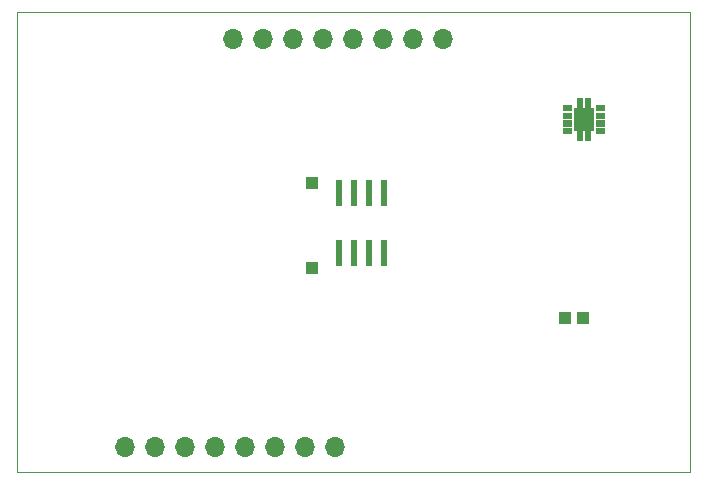
<source format=gbr>
%TF.GenerationSoftware,KiCad,Pcbnew,8.0.1*%
%TF.CreationDate,2024-04-28T17:40:03+05:30*%
%TF.ProjectId,ecg,6563672e-6b69-4636-9164-5f7063625858,rev?*%
%TF.SameCoordinates,Original*%
%TF.FileFunction,Soldermask,Bot*%
%TF.FilePolarity,Negative*%
%FSLAX46Y46*%
G04 Gerber Fmt 4.6, Leading zero omitted, Abs format (unit mm)*
G04 Created by KiCad (PCBNEW 8.0.1) date 2024-04-28 17:40:03*
%MOMM*%
%LPD*%
G01*
G04 APERTURE LIST*
%ADD10C,0.010000*%
%ADD11O,1.700000X1.700000*%
%ADD12R,1.000000X1.000000*%
%ADD13R,0.558000X2.269998*%
%TA.AperFunction,Profile*%
%ADD14C,0.050000*%
%TD*%
G04 APERTURE END LIST*
D10*
%TO.C,U4*%
X180920000Y-87349999D02*
X180180000Y-87349999D01*
X180180000Y-86899999D01*
X180920000Y-86899999D01*
X180920000Y-87349999D01*
G36*
X180920000Y-87349999D02*
G01*
X180180000Y-87349999D01*
X180180000Y-86899999D01*
X180920000Y-86899999D01*
X180920000Y-87349999D01*
G37*
X180920000Y-87999999D02*
X180180000Y-87999999D01*
X180180000Y-87549999D01*
X180920000Y-87549999D01*
X180920000Y-87999999D01*
G36*
X180920000Y-87999999D02*
G01*
X180180000Y-87999999D01*
X180180000Y-87549999D01*
X180920000Y-87549999D01*
X180920000Y-87999999D01*
G37*
X180920000Y-88649999D02*
X180180000Y-88649999D01*
X180180000Y-88199999D01*
X180920000Y-88199999D01*
X180920000Y-88649999D01*
G36*
X180920000Y-88649999D02*
G01*
X180180000Y-88649999D01*
X180180000Y-88199999D01*
X180920000Y-88199999D01*
X180920000Y-88649999D01*
G37*
X180920000Y-89299999D02*
X180180000Y-89299999D01*
X180180000Y-88849999D01*
X180920000Y-88849999D01*
X180920000Y-89299999D01*
G36*
X180920000Y-89299999D02*
G01*
X180180000Y-89299999D01*
X180180000Y-88849999D01*
X180920000Y-88849999D01*
X180920000Y-89299999D01*
G37*
X183720000Y-87349999D02*
X182980000Y-87349999D01*
X182980000Y-86899999D01*
X183720000Y-86899999D01*
X183720000Y-87349999D01*
G36*
X183720000Y-87349999D02*
G01*
X182980000Y-87349999D01*
X182980000Y-86899999D01*
X183720000Y-86899999D01*
X183720000Y-87349999D01*
G37*
X183720000Y-87999999D02*
X182980000Y-87999999D01*
X182980000Y-87549999D01*
X183720000Y-87549999D01*
X183720000Y-87999999D01*
G36*
X183720000Y-87999999D02*
G01*
X182980000Y-87999999D01*
X182980000Y-87549999D01*
X183720000Y-87549999D01*
X183720000Y-87999999D01*
G37*
X183720000Y-88649999D02*
X182980000Y-88649999D01*
X182980000Y-88199999D01*
X183720000Y-88199999D01*
X183720000Y-88649999D01*
G36*
X183720000Y-88649999D02*
G01*
X182980000Y-88649999D01*
X182980000Y-88199999D01*
X183720000Y-88199999D01*
X183720000Y-88649999D01*
G37*
X183720000Y-89299999D02*
X182980000Y-89299999D01*
X182980000Y-88849999D01*
X183720000Y-88849999D01*
X183720000Y-89299999D01*
G36*
X183720000Y-89299999D02*
G01*
X182980000Y-89299999D01*
X182980000Y-88849999D01*
X183720000Y-88849999D01*
X183720000Y-89299999D01*
G37*
X181810000Y-87154999D02*
X182090000Y-87154999D01*
X182090000Y-86329999D01*
X182460000Y-86329999D01*
X182460000Y-87154999D01*
X182770000Y-87154999D01*
X182770000Y-89044999D01*
X182460000Y-89044999D01*
X182460000Y-89869999D01*
X182090000Y-89869999D01*
X182090000Y-89044999D01*
X181810000Y-89044999D01*
X181810000Y-89869999D01*
X181440000Y-89869999D01*
X181440000Y-89044999D01*
X181130000Y-89044999D01*
X181130000Y-87154999D01*
X181440000Y-87154999D01*
X181440000Y-86329999D01*
X181810000Y-86329999D01*
X181810000Y-87154999D01*
G36*
X181810000Y-87154999D02*
G01*
X182090000Y-87154999D01*
X182090000Y-86329999D01*
X182460000Y-86329999D01*
X182460000Y-87154999D01*
X182770000Y-87154999D01*
X182770000Y-89044999D01*
X182460000Y-89044999D01*
X182460000Y-89869999D01*
X182090000Y-89869999D01*
X182090000Y-89044999D01*
X181810000Y-89044999D01*
X181810000Y-89869999D01*
X181440000Y-89869999D01*
X181440000Y-89044999D01*
X181130000Y-89044999D01*
X181130000Y-87154999D01*
X181440000Y-87154999D01*
X181440000Y-86329999D01*
X181810000Y-86329999D01*
X181810000Y-87154999D01*
G37*
%TD*%
D11*
%TO.C,U5*%
X152280000Y-81350000D03*
X154820000Y-81350000D03*
X157360000Y-81350000D03*
X159900000Y-81350000D03*
X162440000Y-81350000D03*
X164980000Y-81350000D03*
X167520000Y-81350000D03*
X170060000Y-81350000D03*
%TD*%
%TO.C,U6*%
X143160000Y-115850000D03*
X145700000Y-115850000D03*
X148240000Y-115850000D03*
X150780000Y-115850000D03*
X153320000Y-115850000D03*
X155860000Y-115850000D03*
X158400000Y-115850000D03*
X160940000Y-115850000D03*
%TD*%
D12*
%TO.C,U7*%
X159000000Y-93500000D03*
%TD*%
%TO.C,U8*%
X159000000Y-100750000D03*
%TD*%
%TO.C,BT1*%
X181910000Y-104910000D03*
X180370000Y-104910000D03*
%TD*%
D13*
%TO.C,U2*%
X165070000Y-99405300D03*
X163800000Y-99405300D03*
X162530000Y-99405300D03*
X161260000Y-99405300D03*
X161260000Y-94377700D03*
X162530000Y-94377700D03*
X163800000Y-94377700D03*
X165070000Y-94377700D03*
%TD*%
D14*
X134000000Y-79000000D02*
X191000000Y-79000000D01*
X191000000Y-118000000D02*
X191000000Y-79000000D01*
X134000000Y-118000000D02*
X191000000Y-118000000D01*
X134000000Y-79000000D02*
X134000000Y-118000000D01*
M02*

</source>
